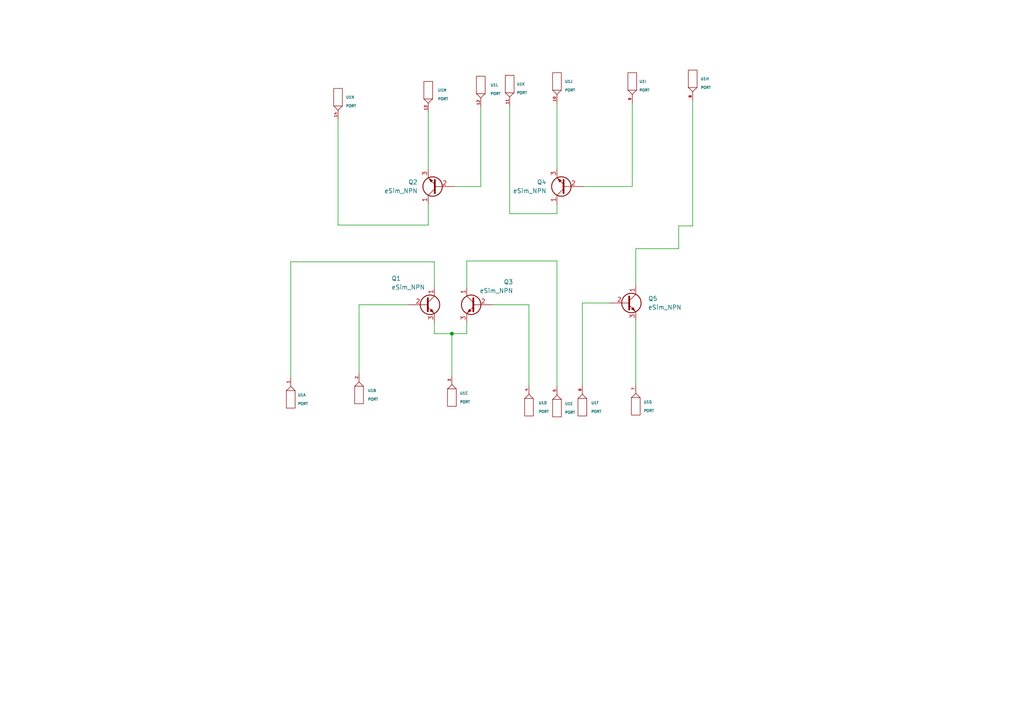
<source format=kicad_sch>
(kicad_sch (version 20211123) (generator eeschema)
  (paper "A4")
  (lib_symbols
    (symbol "eSim_Devices:eSim_NPN" (pin_names (offset 0) hide)
      (property "Reference" "Q" (at -2.54 1.27 0))
      (property "Value" "eSim_NPN" (at -1.27 3.81 0))
      (symbol "eSim_NPN_0_1"
        (polyline (pts (xy 0.635 0.635) (xy 2.54 2.54)))
        (polyline (pts (xy 0.635 -0.635) (xy 2.54 -2.54) (xy 2.54 -2.54)))
        (polyline (pts (xy 0.635 1.905) (xy 0.635 -1.905) (xy 0.635 -1.905)) (stroke (width 0.508)))
        (polyline (pts (xy 1.27 -1.778) (xy 1.778 -1.27) (xy 2.286 -2.286) (xy 1.27 -1.778) (xy 1.27 -1.778)) (fill (type outline)))
        (circle (center 1.27 0) (radius 2.8194) (stroke (width 0.254)))
      )
      (symbol "eSim_NPN_1_1"
        (pin passive line (at 2.54 5.08 270) (length 2.54) (name "C") (number "1"))
        (pin passive line (at -5.08 0 0) (length 5.715) (name "B") (number "2"))
        (pin passive line (at 2.54 -5.08 90) (length 2.54) (name "E") (number "3"))
      )
    )
    (symbol "eSim_Miscellaneous:PORT" (pin_names (offset 1.016))
      (property "Reference" "U" (at 1.27 2.54 0))
      (property "Value" "PORT" (at 0 0 0))
      (symbol "PORT_0_1"
        (rectangle (start -2.54 1.27) (end 2.54 -1.27))
        (arc (start 2.54 1.27) (mid 3.1355 0.5955) (end 3.81 0))
        (arc (start 3.81 0) (mid 3.1447 -0.6046) (end 2.54 -1.27))
      )
      (symbol "PORT_1_1"
        (pin bidirectional line (at 6.35 0 180) (length 2.54) (name "~") (number "1"))
      )
      (symbol "PORT_2_1"
        (pin bidirectional line (at 6.35 0 180) (length 2.54) (name "~") (number "2"))
      )
      (symbol "PORT_3_1"
        (pin bidirectional line (at 6.35 0 180) (length 2.54) (name "~") (number "3"))
      )
      (symbol "PORT_4_1"
        (pin bidirectional line (at 6.35 0 180) (length 2.54) (name "~") (number "4"))
      )
      (symbol "PORT_5_1"
        (pin bidirectional line (at 6.35 0 180) (length 2.54) (name "~") (number "5"))
      )
      (symbol "PORT_6_1"
        (pin bidirectional line (at 6.35 0 180) (length 2.54) (name "~") (number "6"))
      )
      (symbol "PORT_7_1"
        (pin bidirectional line (at 6.35 0 180) (length 2.54) (name "~") (number "7"))
      )
      (symbol "PORT_8_1"
        (pin bidirectional line (at 6.35 0 180) (length 2.54) (name "~") (number "8"))
      )
      (symbol "PORT_9_1"
        (pin bidirectional line (at 6.35 0 180) (length 2.54) (name "~") (number "9"))
      )
      (symbol "PORT_10_1"
        (pin bidirectional line (at 6.35 0 180) (length 2.54) (name "~") (number "10"))
      )
      (symbol "PORT_11_1"
        (pin bidirectional line (at 6.35 0 180) (length 2.54) (name "~") (number "11"))
      )
      (symbol "PORT_12_1"
        (pin bidirectional line (at 6.35 0 180) (length 2.54) (name "~") (number "12"))
      )
      (symbol "PORT_13_1"
        (pin bidirectional line (at 6.35 0 180) (length 2.54) (name "~") (number "13"))
      )
      (symbol "PORT_14_1"
        (pin bidirectional line (at 6.35 0 180) (length 2.54) (name "~") (number "14"))
      )
      (symbol "PORT_15_1"
        (pin bidirectional line (at 6.35 0 180) (length 2.54) (name "~") (number "15"))
      )
      (symbol "PORT_16_1"
        (pin bidirectional line (at 6.35 0 180) (length 2.54) (name "~") (number "16"))
      )
      (symbol "PORT_17_1"
        (pin bidirectional line (at 6.35 0 180) (length 2.54) (name "~") (number "17"))
      )
      (symbol "PORT_18_1"
        (pin bidirectional line (at 6.35 0 180) (length 2.54) (name "~") (number "18"))
      )
      (symbol "PORT_19_1"
        (pin bidirectional line (at 6.35 0 180) (length 2.54) (name "~") (number "19"))
      )
      (symbol "PORT_20_1"
        (pin bidirectional line (at 6.35 0 180) (length 2.54) (name "~") (number "20"))
      )
      (symbol "PORT_21_1"
        (pin bidirectional line (at 6.35 0 180) (length 2.54) (name "~") (number "21"))
      )
      (symbol "PORT_22_1"
        (pin bidirectional line (at 6.35 0 180) (length 2.54) (name "~") (number "22"))
      )
      (symbol "PORT_23_1"
        (pin bidirectional line (at 6.35 0 180) (length 2.54) (name "~") (number "23"))
      )
      (symbol "PORT_24_1"
        (pin bidirectional line (at 6.35 0 180) (length 2.54) (name "~") (number "24"))
      )
      (symbol "PORT_25_1"
        (pin bidirectional line (at 6.35 0 180) (length 2.54) (name "~") (number "25"))
      )
      (symbol "PORT_26_1"
        (pin bidirectional line (at 6.35 0 180) (length 2.54) (name "~") (number "26"))
      )
    )
  )
  (junction (at 131.064 96.774))
  (wire (pts (xy 147.828 30.734) (xy 147.828 61.976)))
  (wire (pts (xy 143.002 88.392) (xy 153.416 88.392)))
  (wire (pts (xy 104.14 88.392) (xy 104.14 108.204)))
  (wire (pts (xy 161.544 29.972) (xy 161.544 49.022)))
  (wire (pts (xy 183.388 29.972) (xy 183.388 54.102)))
  (wire (pts (xy 125.984 96.774) (xy 125.984 93.472)))
  (wire (pts (xy 131.064 96.774) (xy 125.984 96.774)))
  (wire (pts (xy 168.91 87.884) (xy 168.91 111.76)))
  (wire (pts (xy 118.364 88.392) (xy 104.14 88.392)))
  (wire (pts (xy 124.206 59.182) (xy 124.206 65.278)))
  (wire (pts (xy 200.914 29.21) (xy 200.914 65.532)))
  (wire (pts (xy 153.416 88.392) (xy 153.416 111.76)))
  (wire (pts (xy 124.206 65.278) (xy 98.044 65.278)))
  (wire (pts (xy 196.85 65.532) (xy 200.914 65.532)))
  (wire (pts (xy 131.064 96.774) (xy 131.064 108.966)))
  (wire (pts (xy 161.544 61.976) (xy 147.828 61.976)))
  (wire (pts (xy 161.544 59.182) (xy 161.544 61.976)))
  (wire (pts (xy 124.206 32.512) (xy 124.206 49.022)))
  (wire (pts (xy 131.826 54.102) (xy 139.446 54.102)))
  (wire (pts (xy 135.382 96.774) (xy 131.064 96.774)))
  (wire (pts (xy 135.382 83.312) (xy 135.382 75.692)))
  (wire (pts (xy 125.984 83.312) (xy 125.984 75.946)))
  (wire (pts (xy 161.544 75.692) (xy 161.544 112.014)))
  (wire (pts (xy 135.382 93.472) (xy 135.382 96.774)))
  (wire (pts (xy 196.85 72.136) (xy 196.85 65.532)))
  (wire (pts (xy 84.328 75.946) (xy 84.328 109.474)))
  (wire (pts (xy 98.044 34.544) (xy 98.044 65.278)))
  (wire (pts (xy 125.984 75.946) (xy 84.328 75.946)))
  (wire (pts (xy 176.784 87.884) (xy 168.91 87.884)))
  (wire (pts (xy 184.404 82.804) (xy 184.404 72.136)))
  (wire (pts (xy 135.382 75.692) (xy 161.544 75.692)))
  (wire (pts (xy 184.404 72.136) (xy 196.85 72.136)))
  (wire (pts (xy 139.446 30.988) (xy 139.446 54.102)))
  (wire (pts (xy 169.164 54.102) (xy 183.388 54.102)))
  (wire (pts (xy 184.404 92.964) (xy 184.404 111.506)))
  (symbol (lib_id "eSim_Miscellaneous:PORT") (at 183.388 23.622 270) (unit 9)
    (property "Reference" "U1" (at 185.42 23.622 90) (effects (font (size 0.762 0.762)) (justify left)))
    (property "Value" "PORT" (at 185.42 26.162 90) (effects (font (size 0.762 0.762)) (justify left)))
  )
  (symbol (lib_id "eSim_Miscellaneous:PORT") (at 153.416 118.11 90) (unit 4)
    (property "Reference" "U1" (at 156.21 116.84 90) (effects (font (size 0.762 0.762)) (justify right)))
    (property "Value" "PORT" (at 156.21 119.38 90) (effects (font (size 0.762 0.762)) (justify right)))
  )
  (symbol (lib_id "eSim_Miscellaneous:PORT") (at 168.91 118.11 90) (unit 6)
    (property "Reference" "U1" (at 171.45 116.84 90) (effects (font (size 0.762 0.762)) (justify right)))
    (property "Value" "PORT" (at 171.45 119.38 90) (effects (font (size 0.762 0.762)) (justify right)))
  )
  (symbol (lib_id "eSim_Devices:eSim_NPN") (at 137.922 88.392 0) (mirror y) (unit 1)
    (property "Reference" "Q3" (at 148.844 81.788 0) (effects (justify left)))
    (property "Value" "eSim_NPN" (at 148.844 84.328 0) (effects (justify left)))
  )
  (symbol (lib_id "eSim_Miscellaneous:PORT") (at 124.206 26.162 270) (unit 13)
    (property "Reference" "U1" (at 127 26.162 90) (effects (font (size 0.762 0.762)) (justify left)))
    (property "Value" "PORT" (at 127 28.702 90) (effects (font (size 0.762 0.762)) (justify left)))
  )
  (symbol (lib_id "eSim_Miscellaneous:PORT") (at 184.404 117.856 90) (unit 7)
    (property "Reference" "U1" (at 186.69 116.586 90) (effects (font (size 0.762 0.762)) (justify right)))
    (property "Value" "PORT" (at 186.69 119.126 90) (effects (font (size 0.762 0.762)) (justify right)))
  )
  (symbol (lib_id "eSim_Miscellaneous:PORT") (at 161.544 23.622 270) (unit 10)
    (property "Reference" "U1" (at 163.83 23.622 90) (effects (font (size 0.762 0.762)) (justify left)))
    (property "Value" "PORT" (at 163.83 26.162 90) (effects (font (size 0.762 0.762)) (justify left)))
  )
  (symbol (lib_id "eSim_Miscellaneous:PORT") (at 98.044 28.194 270) (unit 14)
    (property "Reference" "U1" (at 100.33 28.194 90) (effects (font (size 0.762 0.762)) (justify left)))
    (property "Value" "PORT" (at 100.33 30.734 90) (effects (font (size 0.762 0.762)) (justify left)))
  )
  (symbol (lib_id "eSim_Miscellaneous:PORT") (at 161.544 118.364 90) (unit 5)
    (property "Reference" "U1" (at 163.83 117.094 90) (effects (font (size 0.762 0.762)) (justify right)))
    (property "Value" "PORT" (at 163.83 119.634 90) (effects (font (size 0.762 0.762)) (justify right)))
  )
  (symbol (lib_id "eSim_Miscellaneous:PORT") (at 131.064 115.316 90) (unit 3)
    (property "Reference" "U1" (at 133.35 114.046 90) (effects (font (size 0.762 0.762)) (justify right)))
    (property "Value" "PORT" (at 133.35 116.586 90) (effects (font (size 0.762 0.762)) (justify right)))
  )
  (symbol (lib_id "eSim_Miscellaneous:PORT") (at 84.328 115.824 90) (unit 1)
    (property "Reference" "U1" (at 86.36 114.554 90) (effects (font (size 0.762 0.762)) (justify right)))
    (property "Value" "PORT" (at 86.36 117.094 90) (effects (font (size 0.762 0.762)) (justify right)))
  )
  (symbol (lib_id "eSim_Devices:eSim_NPN") (at 164.084 54.102 180) (unit 1)
    (property "Reference" "Q4" (at 158.496 52.8319 0) (effects (justify left)))
    (property "Value" "eSim_NPN" (at 158.496 55.3719 0) (effects (justify left)))
  )
  (symbol (lib_id "eSim_Miscellaneous:PORT") (at 200.914 22.86 270) (unit 8)
    (property "Reference" "U1" (at 203.2 22.86 90) (effects (font (size 0.762 0.762)) (justify left)))
    (property "Value" "PORT" (at 203.2 25.4 90) (effects (font (size 0.762 0.762)) (justify left)))
  )
  (symbol (lib_id "eSim_Devices:eSim_NPN") (at 181.864 87.884 0) (unit 1)
    (property "Reference" "Q5" (at 187.96 86.6139 0) (effects (justify left)))
    (property "Value" "eSim_NPN" (at 187.96 89.1539 0) (effects (justify left)))
  )
  (symbol (lib_id "eSim_Devices:eSim_NPN") (at 126.746 54.102 180) (unit 1)
    (property "Reference" "Q2" (at 121.158 52.8319 0) (effects (justify left)))
    (property "Value" "eSim_NPN" (at 121.158 55.3719 0) (effects (justify left)))
  )
  (symbol (lib_id "eSim_Devices:eSim_NPN") (at 123.444 88.392 0) (unit 1)
    (property "Reference" "Q1" (at 113.538 80.772 0) (effects (justify left)))
    (property "Value" "eSim_NPN" (at 113.538 83.312 0) (effects (justify left)))
  )
  (symbol (lib_id "eSim_Miscellaneous:PORT") (at 147.828 24.384 270) (unit 11)
    (property "Reference" "U1" (at 149.86 24.384 90) (effects (font (size 0.762 0.762)) (justify left)))
    (property "Value" "PORT" (at 149.86 26.924 90) (effects (font (size 0.762 0.762)) (justify left)))
  )
  (symbol (lib_id "eSim_Miscellaneous:PORT") (at 104.14 114.554 90) (unit 2)
    (property "Reference" "U1" (at 106.68 113.284 90) (effects (font (size 0.762 0.762)) (justify right)))
    (property "Value" "PORT" (at 106.68 115.824 90) (effects (font (size 0.762 0.762)) (justify right)))
  )
  (symbol (lib_id "eSim_Miscellaneous:PORT") (at 139.446 24.638 270) (unit 12)
    (property "Reference" "U1" (at 142.24 24.638 90) (effects (font (size 0.762 0.762)) (justify left)))
    (property "Value" "PORT" (at 142.24 27.178 90) (effects (font (size 0.762 0.762)) (justify left)))
  )
)
</source>
